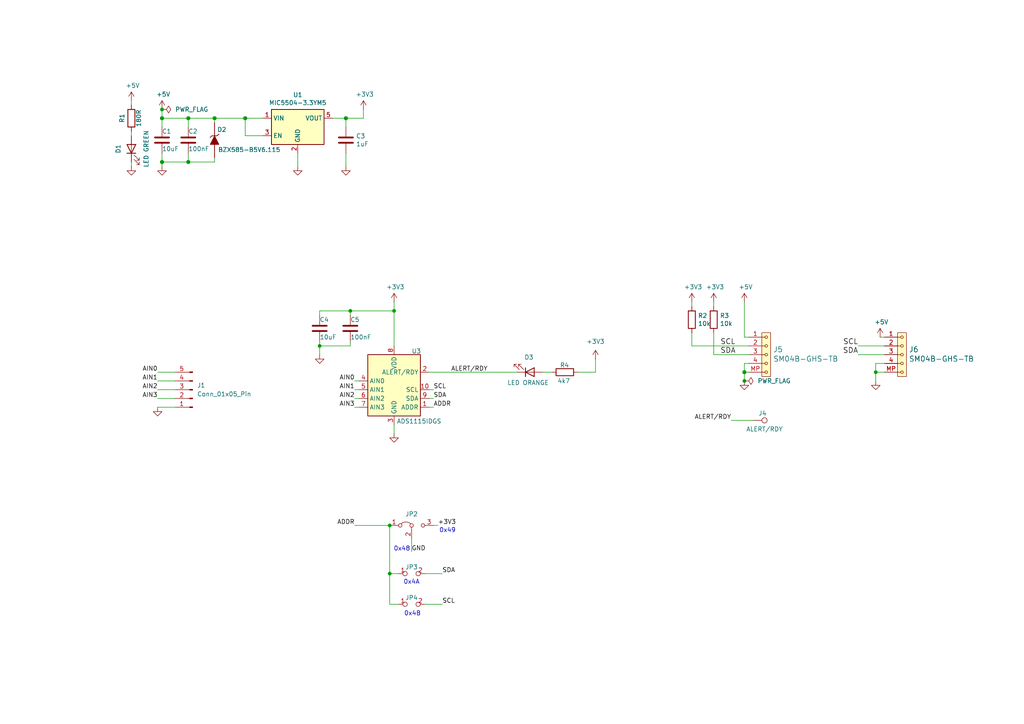
<source format=kicad_sch>
(kicad_sch (version 20250114) (generator "eeschema") (generator_version "9.0")
  (paper "A4")
  (title_block (title "TFI2CADC01A") (date "2025-09-26") (company "ThunderFly s.r.o.") (comment 1 "I2C Analog to digital convertor\\nfor PixHawk "))
  (lib_symbols
    (symbol "+3V3_1" (power) (pin_numbers (hide yes)) (pin_names (offset 0) (hide yes))
      (property "Value" "+3V3" (at 0 3.556 0))
      (symbol "+3V3_1_0_1"
        (polyline (pts (xy -0.762 1.27) (xy 0 2.54)))
        (polyline (pts (xy 0 2.54) (xy 0.762 1.27)))
        (polyline (pts (xy 0 0) (xy 0 2.54)))
      )
      (symbol "+3V3_1_1_1"
        (pin power_in line (at 0 0 90) (length 0) (name "~") (number "1"))
      )
    )
    (symbol "Analog_ADC:ADS1115IDGS"
      (property "Reference" "U" (at 2.54 13.97 0))
      (property "Value" "ADS1115IDGS" (at 7.62 11.43 0))
      (symbol "ADS1115IDGS_0_1"
        (rectangle (start -7.62 10.16) (end 7.62 -7.62) (stroke (width 0.254)) (fill (type background)))
      )
      (symbol "ADS1115IDGS_1_1"
        (pin input line (at -10.16 2.54 0) (length 2.54) (name "AIN0") (number "4"))
        (pin input line (at -10.16 0 0) (length 2.54) (name "AIN1") (number "5"))
        (pin input line (at -10.16 -2.54 0) (length 2.54) (name "AIN2") (number "6"))
        (pin input line (at -10.16 -5.08 0) (length 2.54) (name "AIN3") (number "7"))
        (pin power_in line (at 0 12.7 270) (length 2.54) (name "VDD") (number "8"))
        (pin power_in line (at 0 -10.16 90) (length 2.54) (name "GND") (number "3"))
        (pin output line (at 10.16 5.08 180) (length 2.54) (name "ALERT/RDY") (number "2"))
        (pin input line (at 10.16 0 180) (length 2.54) (name "SCL") (number "10"))
        (pin bidirectional line (at 10.16 -2.54 180) (length 2.54) (name "SDA") (number "9"))
        (pin input line (at 10.16 -5.08 180) (length 2.54) (name "ADDR") (number "1"))
      )
    )
    (symbol "Connector:Conn_01x05_Pin" (pin_names (offset 1.016) (hide yes))
      (property "Reference" "J" (at 0 7.62 0))
      (property "Value" "Conn_01x05_Pin" (at 0 -7.62 0))
      (symbol "Conn_01x05_Pin_1_1"
        (rectangle (start 0.8636 5.207) (end 0 4.953) (stroke (width 0.1524)) (fill (type outline)))
        (rectangle (start 0.8636 2.667) (end 0 2.413) (stroke (width 0.1524)) (fill (type outline)))
        (rectangle (start 0.8636 0.127) (end 0 -0.127) (stroke (width 0.1524)) (fill (type outline)))
        (rectangle (start 0.8636 -2.413) (end 0 -2.667) (stroke (width 0.1524)) (fill (type outline)))
        (rectangle (start 0.8636 -4.953) (end 0 -5.207) (stroke (width 0.1524)) (fill (type outline)))
        (polyline (pts (xy 1.27 5.08) (xy 0.8636 5.08)) (stroke (width 0.1524)))
        (polyline (pts (xy 1.27 2.54) (xy 0.8636 2.54)) (stroke (width 0.1524)))
        (polyline (pts (xy 1.27 0) (xy 0.8636 0)) (stroke (width 0.1524)))
        (polyline (pts (xy 1.27 -2.54) (xy 0.8636 -2.54)) (stroke (width 0.1524)))
        (polyline (pts (xy 1.27 -5.08) (xy 0.8636 -5.08)) (stroke (width 0.1524)))
        (pin passive line (at 5.08 5.08 180) (length 3.81) (name "Pin_1") (number "1"))
        (pin passive line (at 5.08 2.54 180) (length 3.81) (name "Pin_2") (number "2"))
        (pin passive line (at 5.08 0 180) (length 3.81) (name "Pin_3") (number "3"))
        (pin passive line (at 5.08 -2.54 180) (length 3.81) (name "Pin_4") (number "4"))
        (pin passive line (at 5.08 -5.08 180) (length 3.81) (name "Pin_5") (number "5"))
      )
    )
    (symbol "Connector:TestPoint" (pin_numbers (hide yes)) (pin_names (offset 0.762) (hide yes))
      (property "Reference" "TP" (at 0 6.858 0))
      (property "Value" "TestPoint" (at 0 5.08 0))
      (symbol "TestPoint_0_1"
        (circle (center 0 3.302) (radius 0.762))
      )
      (symbol "TestPoint_1_1"
        (pin passive line (at 0 0 90) (length 2.54) (name "1") (number "1"))
      )
    )
    (symbol "Device:C" (pin_numbers (hide yes)) (pin_names (offset 0.254))
      (property "Reference" "C" (at 0.635 2.54 0))
      (property "Value" "C" (at 0.635 -2.54 0))
      (symbol "C_0_1"
        (polyline (pts (xy -2.032 0.762) (xy 2.032 0.762)) (stroke (width 0.508)))
        (polyline (pts (xy -2.032 -0.762) (xy 2.032 -0.762)) (stroke (width 0.508)))
      )
      (symbol "C_1_1"
        (pin passive line (at 0 3.81 270) (length 2.794) (name "~") (number "1"))
        (pin passive line (at 0 -3.81 90) (length 2.794) (name "~") (number "2"))
      )
    )
    (symbol "Device:LED" (pin_numbers (hide yes)) (pin_names (offset 1.016) (hide yes))
      (property "Reference" "D" (at 0 2.54 0))
      (property "Value" "LED" (at 0 -2.54 0))
      (symbol "LED_0_1"
        (polyline (pts (xy -3.048 -0.762) (xy -4.572 -2.286) (xy -3.81 -2.286) (xy -4.572 -2.286) (xy -4.572 -1.524)))
        (polyline (pts (xy -1.778 -0.762) (xy -3.302 -2.286) (xy -2.54 -2.286) (xy -3.302 -2.286) (xy -3.302 -1.524)))
        (polyline (pts (xy -1.27 0) (xy 1.27 0)))
        (polyline (pts (xy -1.27 -1.27) (xy -1.27 1.27)) (stroke (width 0.254)))
        (polyline (pts (xy 1.27 -1.27) (xy 1.27 1.27) (xy -1.27 0) (xy 1.27 -1.27)) (stroke (width 0.254)))
      )
      (symbol "LED_1_1"
        (pin passive line (at -3.81 0 0) (length 2.54) (name "K") (number "1"))
        (pin passive line (at 3.81 0 180) (length 2.54) (name "A") (number "2"))
      )
    )
    (symbol "Device:R" (pin_numbers (hide yes)) (pin_names (offset 0))
      (property "Reference" "R" (at 2.032 0 90))
      (property "Value" "R" (at 0 0 90))
      (symbol "R_0_1"
        (rectangle (start -1.016 -2.54) (end 1.016 2.54) (stroke (width 0.254)))
      )
      (symbol "R_1_1"
        (pin passive line (at 0 3.81 270) (length 1.27) (name "~") (number "1"))
        (pin passive line (at 0 -3.81 90) (length 1.27) (name "~") (number "2"))
      )
    )
    (symbol "GND_1" (power) (pin_numbers (hide yes)) (pin_names (offset 0) (hide yes))
      (property "Value" "GND" (at 0 -3.81 0))
      (symbol "GND_1_0_1"
        (polyline (pts (xy 0 0) (xy 0 -1.27) (xy 1.27 -1.27) (xy 0 -2.54) (xy -1.27 -1.27) (xy 0 -1.27)))
      )
      (symbol "GND_1_1_1"
        (pin power_in line (at 0 0 270) (length 0) (name "~") (number "1"))
      )
    )
    (symbol "Jumper:Jumper_3_Bridged12" (pin_names (offset 0) (hide yes)) (in_bom no)
      (property "Reference" "JP" (at -2.54 -2.54 0))
      (property "Value" "Jumper_3_Bridged12" (at 0 2.794 0))
      (symbol "Jumper_3_Bridged12_0_0"
        (circle (center -3.302 0) (radius 0.508))
        (circle (center 0 0) (radius 0.508))
        (circle (center 3.302 0) (radius 0.508))
      )
      (symbol "Jumper_3_Bridged12_0_1"
        (arc (start -3.048 0.508) (mid -1.651 0.9912) (end -0.254 0.508))
        (polyline (pts (xy 0 -1.27) (xy 0 -0.508)))
      )
      (symbol "Jumper_3_Bridged12_1_1"
        (pin passive line (at -6.35 0 0) (length 2.54) (name "A") (number "1"))
        (pin passive line (at 0 -3.81 90) (length 2.54) (name "C") (number "2"))
        (pin passive line (at 6.35 0 180) (length 2.54) (name "B") (number "3"))
      )
    )
    (symbol "MLAB_CONNECTORS_JST:SM04B-GHS-TB" (pin_names (offset 1.016))
      (property "Reference" "J" (at 0 -7.62 0))
      (property "Value" "SM04B-GHS-TB" (at 0 7.62 0))
      (symbol "SM04B-GHS-TB_0_1"
        (rectangle (start -1.27 6.35) (end 1.27 -6.35) (fill (type background)))
        (polyline (pts (xy -1.27 5.08) (xy -0.381 5.08)))
        (polyline (pts (xy -1.27 2.54) (xy -0.381 2.54)))
        (polyline (pts (xy -1.27 0) (xy -0.381 0)))
        (polyline (pts (xy -1.27 -2.54) (xy -0.381 -2.54)))
        (polyline (pts (xy -1.27 -5.08) (xy -0.381 -5.08)))
        (circle (center 0 5.08) (radius 0.381))
        (circle (center 0 2.54) (radius 0.381))
        (circle (center 0 0) (radius 0.381))
        (circle (center 0 -2.54) (radius 0.381))
        (circle (center 0 -5.08) (radius 0.381))
      )
      (symbol "SM04B-GHS-TB_1_1"
        (pin input line (at -5.08 5.08 0) (length 3.81) (name "~") (number "1"))
        (pin input line (at -5.08 2.54 0) (length 3.81) (name "~") (number "2"))
        (pin input line (at -5.08 0 0) (length 3.81) (name "~") (number "3"))
        (pin input line (at -5.08 -2.54 0) (length 3.81) (name "~") (number "4"))
        (pin input line (at -5.08 -5.08 0) (length 3.81) (name "~") (number "MP"))
      )
    )
    (symbol "MLAB_D:D_ZENER" (pin_numbers (hide yes)) (pin_names (offset 1.016) (hide yes))
      (property "Reference" "D" (at 0 2.54 0))
      (property "Value" "D_ZENER" (at 0 -2.54 0))
      (symbol "D_ZENER_0_1"
        (polyline (pts (xy -1.778 1.27) (xy -1.27 0.762) (xy -1.27 -0.762) (xy -0.762 -1.27) (xy -0.762 -1.27)) (stroke (width 0.2032)))
        (polyline (pts (xy -1.27 0) (xy 1.27 1.27) (xy 1.27 -1.27) (xy -1.27 0) (xy -1.27 0)) (fill (type outline)))
      )
      (symbol "D_ZENER_1_1"
        (pin passive line (at -5.08 0 0) (length 3.81) (name "K") (number "1"))
        (pin passive line (at 5.08 0 180) (length 3.81) (name "A") (number "2"))
      )
    )
    (symbol "Regulator_Linear:MIC5504-3.3YM5"
      (property "Reference" "U" (at -7.62 8.89 0))
      (property "Value" "MIC5504-3.3YM5" (at -7.62 6.35 0))
      (symbol "MIC5504-3.3YM5_0_1"
        (rectangle (start -7.62 -5.08) (end 7.62 5.08) (stroke (width 0.254)) (fill (type background)))
      )
      (symbol "MIC5504-3.3YM5_1_1"
        (pin power_in line (at -10.16 2.54 0) (length 2.54) (name "VIN") (number "1"))
        (pin input line (at -10.16 -2.54 0) (length 2.54) (name "EN") (number "3"))
        (pin power_in line (at 0 -7.62 90) (length 2.54) (name "GND") (number "2"))
        (pin no_connect line (at 7.62 -2.54 180) (length 2.54) (hide yes) (name "NC") (number "4"))
        (pin power_out line (at 10.16 2.54 180) (length 2.54) (name "VOUT") (number "5"))
      )
    )
    (symbol "SMD_JUMPER_2"
      (property "Reference" "JP" (at 0 1.397 0))
      (property "Value" "SMD_JUMPER_2" (at 0 -2.54 0))
      (symbol "SMD_JUMPER_2_1_1"
        (pin passive inverted (at -3.81 0 0) (length 2.54) (name "") (number "1"))
        (pin passive inverted (at 3.81 0 180) (length 2.54) (name "") (number "2"))
      )
    )
    (symbol "power:+3V3" (power) (pin_names (offset 0))
      (property "Value" "+3V3" (at 0 3.556 0))
      (symbol "+3V3_0_1"
        (polyline (pts (xy -0.762 1.27) (xy 0 2.54)))
        (polyline (pts (xy 0 2.54) (xy 0.762 1.27)))
        (polyline (pts (xy 0 0) (xy 0 2.54)))
      )
      (symbol "+3V3_1_1"
        (pin power_in line (at 0 0 90) (length 0) (hide yes) (name "+3V3") (number "1"))
      )
    )
    (symbol "power:+5V" (power) (pin_names (offset 0))
      (property "Value" "+5V" (at 0 3.556 0))
      (symbol "+5V_0_1"
        (polyline (pts (xy -0.762 1.27) (xy 0 2.54)))
        (polyline (pts (xy 0 2.54) (xy 0.762 1.27)))
        (polyline (pts (xy 0 0) (xy 0 2.54)))
      )
      (symbol "+5V_1_1"
        (pin power_in line (at 0 0 90) (length 0) (hide yes) (name "+5V") (number "1"))
      )
    )
    (symbol "power:GND" (power) (pin_names (offset 0))
      (property "Value" "GND" (at 0 -3.81 0))
      (symbol "GND_0_1"
        (polyline (pts (xy 0 0) (xy 0 -1.27) (xy 1.27 -1.27) (xy 0 -2.54) (xy -1.27 -1.27) (xy 0 -1.27)))
      )
      (symbol "GND_1_1"
        (pin power_in line (at 0 0 270) (length 0) (hide yes) (name "GND") (number "1"))
      )
    )
    (symbol "power:PWR_FLAG" (power) (pin_numbers (hide yes)) (pin_names (offset 0) (hide yes))
      (property "Value" "PWR_FLAG" (at 0 3.81 0))
      (symbol "PWR_FLAG_0_0"
        (pin power_out line (at 0 0 90) (length 0) (name "~") (number "1"))
      )
      (symbol "PWR_FLAG_0_1"
        (polyline (pts (xy 0 0) (xy 0 1.27) (xy -1.016 1.905) (xy 0 2.54) (xy 1.016 1.905) (xy 0 1.27)))
      )
    )
  )
  (text "0x48\n" (at 116.586 159.258 0) (effects (font (size 1.27 1.27))))
  (text "0x4A\n\n" (at 119.38 169.926 0) (effects (font (size 1.27 1.27))))
  (text "0x49\n\n" (at 129.794 154.94 0) (effects (font (size 1.27 1.27))))
  (text "0x4B\n\n" (at 119.634 179.07 0) (effects (font (size 1.27 1.27))))
  (junction (at 46.99 46.99) (diameter 1.016))
  (junction (at 113.03 152.4))
  (junction (at 113.03 166.37))
  (junction (at 101.6 90.17))
  (junction (at 254 107.95))
  (junction (at 92.71 100.33))
  (junction (at 71.12 34.29) (diameter 1.016))
  (junction (at 100.33 34.29) (diameter 1.016))
  (junction (at 215.9 107.95) (diameter 1.016))
  (junction (at 46.99 31.75))
  (junction (at 54.61 34.29) (diameter 1.016))
  (junction (at 215.9 110.49))
  (junction (at 54.61 46.99) (diameter 1.016))
  (junction (at 46.99 34.29) (diameter 1.016))
  (junction (at 114.3 90.17))
  (junction (at 62.23 34.29) (diameter 1.016))
  (wire (pts (xy 113.03 166.37) (xy 115.57 166.37)))
  (wire (pts (xy 38.1 29.21) (xy 38.1 30.48)))
  (wire (pts (xy 124.46 118.11) (xy 125.73 118.11)))
  (wire (pts (xy 45.72 107.95) (xy 50.8 107.95)))
  (wire (pts (xy 114.3 90.17) (xy 114.3 100.33)))
  (wire (pts (xy 100.33 44.45) (xy 100.33 48.26)))
  (wire (pts (xy 62.23 45.72) (xy 62.23 46.99)))
  (wire (pts (xy 125.73 115.57) (xy 124.46 115.57)))
  (wire (pts (xy 217.17 105.41) (xy 215.9 105.41)))
  (wire (pts (xy 76.2 34.29) (xy 71.12 34.29)))
  (wire (pts (xy 200.66 100.33) (xy 217.17 100.33)))
  (wire (pts (xy 113.03 175.26) (xy 115.57 175.26)))
  (wire (pts (xy 102.87 152.4) (xy 113.03 152.4)))
  (wire (pts (xy 215.9 87.63) (xy 215.9 97.79)))
  (wire (pts (xy 105.41 31.75) (xy 105.41 34.29)))
  (wire (pts (xy 215.9 107.95) (xy 215.9 110.49)))
  (wire (pts (xy 114.3 125.73) (xy 114.3 123.19)))
  (wire (pts (xy 125.73 152.4) (xy 127 152.4)))
  (wire (pts (xy 217.17 107.95) (xy 215.9 107.95)))
  (wire (pts (xy 54.61 34.29) (xy 62.23 34.29)))
  (wire (pts (xy 46.99 46.99) (xy 46.99 48.26)))
  (wire (pts (xy 102.87 113.03) (xy 104.14 113.03)))
  (wire (pts (xy 50.8 118.11) (xy 45.72 118.11)))
  (wire (pts (xy 215.9 105.41) (xy 215.9 107.95)))
  (wire (pts (xy 255.27 97.79) (xy 256.54 97.79)))
  (wire (pts (xy 54.61 36.83) (xy 54.61 34.29)))
  (wire (pts (xy 256.54 105.41) (xy 254 105.41)))
  (wire (pts (xy 101.6 100.33) (xy 101.6 99.06)))
  (wire (pts (xy 207.01 96.52) (xy 207.01 102.87)))
  (wire (pts (xy 96.52 34.29) (xy 100.33 34.29)))
  (wire (pts (xy 100.33 34.29) (xy 105.41 34.29)))
  (wire (pts (xy 101.6 90.17) (xy 114.3 90.17)))
  (wire (pts (xy 212.09 121.92) (xy 218.44 121.92)))
  (wire (pts (xy 92.71 100.33) (xy 92.71 99.06)))
  (wire (pts (xy 100.33 34.29) (xy 100.33 36.83)))
  (wire (pts (xy 128.27 166.37) (xy 123.19 166.37)))
  (wire (pts (xy 38.1 46.99) (xy 38.1 48.26)))
  (wire (pts (xy 62.23 34.29) (xy 71.12 34.29)))
  (wire (pts (xy 123.19 175.26) (xy 128.27 175.26)))
  (wire (pts (xy 124.46 107.95) (xy 149.86 107.95)))
  (wire (pts (xy 125.73 113.03) (xy 124.46 113.03)))
  (wire (pts (xy 254 105.41) (xy 254 107.95)))
  (wire (pts (xy 45.72 110.49) (xy 50.8 110.49)))
  (wire (pts (xy 54.61 46.99) (xy 62.23 46.99)))
  (wire (pts (xy 200.66 96.52) (xy 200.66 100.33)))
  (wire (pts (xy 102.87 115.57) (xy 104.14 115.57)))
  (wire (pts (xy 38.1 38.1) (xy 38.1 39.37)))
  (wire (pts (xy 254 107.95) (xy 256.54 107.95)))
  (wire (pts (xy 248.92 102.87) (xy 256.54 102.87)))
  (wire (pts (xy 119.38 156.21) (xy 119.38 160.02)))
  (wire (pts (xy 92.71 100.33) (xy 101.6 100.33)))
  (wire (pts (xy 46.99 36.83) (xy 46.99 34.29)))
  (wire (pts (xy 215.9 97.79) (xy 217.17 97.79)))
  (wire (pts (xy 92.71 90.17) (xy 101.6 90.17)))
  (wire (pts (xy 114.3 87.63) (xy 114.3 90.17)))
  (wire (pts (xy 62.23 35.56) (xy 62.23 34.29)))
  (wire (pts (xy 102.87 118.11) (xy 104.14 118.11)))
  (wire (pts (xy 200.66 87.63) (xy 200.66 88.9)))
  (wire (pts (xy 113.03 152.4) (xy 113.03 166.37)))
  (wire (pts (xy 46.99 44.45) (xy 46.99 46.99)))
  (wire (pts (xy 45.72 115.57) (xy 50.8 115.57)))
  (wire (pts (xy 254 107.95) (xy 254 110.49)))
  (wire (pts (xy 46.99 46.99) (xy 54.61 46.99)))
  (wire (pts (xy 76.2 39.37) (xy 71.12 39.37)))
  (wire (pts (xy 92.71 102.87) (xy 92.71 100.33)))
  (wire (pts (xy 54.61 44.45) (xy 54.61 46.99)))
  (wire (pts (xy 86.36 44.45) (xy 86.36 48.26)))
  (wire (pts (xy 207.01 87.63) (xy 207.01 88.9)))
  (wire (pts (xy 207.01 102.87) (xy 217.17 102.87)))
  (wire (pts (xy 113.03 166.37) (xy 113.03 175.26)))
  (wire (pts (xy 101.6 90.17) (xy 101.6 91.44)))
  (wire (pts (xy 172.72 107.95) (xy 172.72 104.14)))
  (wire (pts (xy 92.71 91.44) (xy 92.71 90.17)))
  (wire (pts (xy 46.99 31.75) (xy 46.99 34.29)))
  (wire (pts (xy 46.99 34.29) (xy 54.61 34.29)))
  (wire (pts (xy 45.72 113.03) (xy 50.8 113.03)))
  (wire (pts (xy 102.87 110.49) (xy 104.14 110.49)))
  (wire (pts (xy 167.64 107.95) (xy 172.72 107.95)))
  (wire (pts (xy 71.12 39.37) (xy 71.12 34.29)))
  (wire (pts (xy 248.92 100.33) (xy 256.54 100.33)))
  (wire (pts (xy 157.48 107.95) (xy 160.02 107.95)))
  (label "AIN1" (at 45.72 110.49 180))
  (label "SDA" (at 248.92 102.87 180) (effects (font (size 1.524 1.524))))
  (label "AIN1" (at 102.87 113.03 180))
  (label "SDA" (at 125.73 115.57 0))
  (label "AIN2" (at 45.72 113.03 180))
  (label "SCL" (at 208.915 100.33 0) (effects (font (size 1.524 1.524))))
  (label "SCL" (at 125.73 113.03 0))
  (label "AIN3" (at 45.72 115.57 180))
  (label "ADDR" (at 102.87 152.4 180))
  (label "AIN3" (at 102.87 118.11 180))
  (label "ALERT{slash}RDY" (at 212.09 121.92 180))
  (label "+3V3" (at 127 152.4 0))
  (label "ALERT{slash}RDY" (at 130.81 107.95 0))
  (label "AIN0" (at 102.87 110.49 180))
  (label "SCL" (at 128.27 175.26 0))
  (label "ADDR" (at 125.73 118.11 0))
  (label "AIN2" (at 102.87 115.57 180))
  (label "SDA" (at 128.27 166.37 0))
  (label "SCL" (at 248.92 100.33 180) (effects (font (size 1.524 1.524))))
  (label "SDA" (at 208.915 102.87 0) (effects (font (size 1.524 1.524))))
  (label "AIN0" (at 45.72 107.95 180))
  (label "GND" (at 119.38 160.02 0))
  (symbol (lib_id "power:GND") (at 46.99 48.26 0) (unit 1)
    (property "Reference" "#PWR04" (effects (hide yes)))
    (property "Value" "GND" (effects (hide yes)))
  )
  (symbol (lib_id "Device:C") (at 54.61 40.64 0) (unit 1)
    (property "Reference" "C2" (at 54.61 38.1 0) (effects (justify left)))
    (property "Value" "100nF" (at 54.61 43.18 0) (effects (justify left)))
    (property "Footprint" "Mlab_R:SMD-0603" (effects (hide yes)))
    (property "UST_ID" "5c70984812875079b91f8bf2" (effects (hide yes)))
  )
  (symbol (lib_id "power:GND") (at 215.9 110.49 0) (unit 1)
    (property "Reference" "#PWR024" (effects (hide yes)))
    (property "Value" "GND" (effects (hide yes)))
  )
  (symbol (lib_id "Device:R") (at 207.01 92.71 0) (unit 1)
    (property "Reference" "R3" (at 208.788 91.5416 0) (effects (justify left)))
    (property "Value" "10k" (at 208.788 93.853 0) (effects (justify left)))
    (property "Footprint" "Mlab_R:SMD-0603" (effects (hide yes)))
    (property "UST_ID" "5c70984512875079b91f8962" (effects (hide yes)))
  )
  (symbol (lib_id "Device:R") (at 200.66 92.71 0) (unit 1)
    (property "Reference" "R2" (at 202.438 91.542 0) (effects (justify left)))
    (property "Value" "10k" (at 202.438 93.853 0) (effects (justify left)))
    (property "Footprint" "Mlab_R:SMD-0603" (effects (hide yes)))
    (property "UST_ID" "5c70984512875079b91f8962" (effects (hide yes)))
  )
  (symbol (lib_id "Device:C") (at 46.99 40.64 0) (unit 1)
    (property "Reference" "C1" (at 46.99 38.1 0) (effects (justify left)))
    (property "Value" "10uF" (at 46.99 43.18 0) (effects (justify left)))
    (property "Footprint" "Mlab_R:SMD-0603" (effects (hide yes)))
    (property "UST_ID" "5c70984812875079b91f8bbd" (effects (hide yes)))
  )
  (symbol (lib_id "MLAB_D:D_ZENER") (at 62.23 40.64 270) (unit 1)
    (property "Reference" "D2" (at 62.992 37.592 90) (effects (justify left)))
    (property "Value" "BZX585-B5V6.115" (at 63.246 43.434 90) (effects (justify left)))
    (property "Footprint" "Diode_SMD:D_SOD-523" (effects (hide yes)))
    (property "UST_ID" "60879d38128750769ee58e48" (effects (hide yes)))
  )
  (symbol (lib_id "power:+5V") (at 46.99 31.75 0) (unit 1)
    (property "Reference" "#PWR03" (effects (hide yes)))
    (property "Value" "+5V" (at 47.371 27.3558 0))
  )
  (symbol (lib_id "power:+3V3") (at 207.01 87.63 0) (unit 1)
    (property "Reference" "#PWR022" (effects (hide yes)))
    (property "Value" "+3V3" (at 207.391 83.2358 0))
  )
  (symbol (lib_id "power:+5V") (at 215.9 87.63 0) (unit 1)
    (property "Reference" "#PWR023" (effects (hide yes)))
    (property "Value" "+5V" (at 216.281 83.2358 0))
  )
  (symbol (lib_id "Regulator_Linear:MIC5504-3.3YM5") (at 86.36 36.83 0) (unit 1)
    (property "Reference" "U1" (at 86.36 27.5082 0))
    (property "Value" "MIC5504-3.3YM5" (at 86.36 29.8196 0))
    (property "Footprint" "Package_TO_SOT_SMD:SOT-23-5" (effects (hide yes)))
    (property "Datasheet" "http://ww1.microchip.com/downloads/en/DeviceDoc/MIC550X.pdf" (effects (hide yes)))
    (property "UST_ID" "5c7255e81287500b4e112ea2" (effects (hide yes)))
  )
  (symbol (lib_id "power:+3V3") (at 105.41 31.75 0) (unit 1)
    (property "Reference" "#PWR07" (effects (hide yes)))
    (property "Value" "+3V3" (at 105.791 27.3558 0))
  )
  (symbol (lib_id "power:GND") (at 86.36 48.26 0) (unit 1)
    (property "Reference" "#PWR05" (effects (hide yes)))
    (property "Value" "GND" (effects (hide yes)))
  )
  (symbol (lib_id "MLAB_CONNECTORS_JST:SM04B-GHS-TB") (at 222.25 102.87 0) (unit 1)
    (property "Reference" "J5" (at 224.2312 101.3714 0) (effects (font (size 1.524 1.524)) (justify left)))
    (property "Value" "SM04B-GHS-TB" (at 224.2312 104.0892 0) (effects (font (size 1.524 1.524)) (justify left)))
    (property "Footprint" "Connector_JST:JST_GH_SM04B-GHS-TB_1x04-1MP_P1.25mm_Horizontal" (effects (hide yes)))
    (property "UST_ID" "5c86273d1287500b4e0280be" (effects (hide yes)))
  )
  (symbol (lib_id "Device:C") (at 100.33 40.64 0) (unit 1)
    (property "Reference" "C3" (at 103.251 39.4716 0) (effects (justify left)))
    (property "Value" "1uF" (at 103.251 41.783 0) (effects (justify left)))
    (property "Footprint" "Mlab_R:SMD-0603" (effects (hide yes)))
    (property "UST_ID" "5c70984812875079b91f8bc2" (effects (hide yes)))
  )
  (symbol (lib_id "power:GND") (at 100.33 48.26 0) (unit 1)
    (property "Reference" "#PWR06" (effects (hide yes)))
    (property "Value" "GND" (effects (hide yes)))
  )
  (symbol (lib_id "power:+3V3") (at 200.66 87.63 0) (unit 1)
    (property "Reference" "#PWR021" (effects (hide yes)))
    (property "Value" "+3V3" (at 201.041 83.2358 0))
  )
  (symbol (lib_id "Jumper:Jumper_3_Bridged12") (at 119.38 152.4 0) (unit 1) (in_bom no)
    (property "Reference" "JP2" (at 119.38 149.098 0))
    (property "Value" "AddresSelect" (effects (hide yes)))
    (property "Footprint" "Jumper:SolderJumper-3_P1.3mm_Bridged12_Pad1.0x1.5mm_NumberLabels" (effects (hide yes)))
    (property "Description" "Jumper, 3-pole, pins 1+2 closed/bridged" (effects (hide yes)))
  )
  (symbol (lib_name "SMD_JUMPER_2") (lib_id "e-radionica.com schematics:SMD_JUMPER") (at 119.38 166.37 0) (unit 1)
    (property "Reference" "JP3" (at 119.38 164.465 0))
    (property "Value" "0x4A" (effects (hide yes)))
    (property "Footprint" "Jumper:SolderJumper-2_P1.3mm_Open_Pad1.0x1.5mm" (effects (hide yes)))
  )
  (symbol (lib_id "power:+5V") (at 38.1 29.21 0) (unit 1)
    (property "Reference" "#PWR01" (effects (hide yes)))
    (property "Value" "+5V" (at 38.481 24.8158 0))
  )
  (symbol (lib_id "power:PWR_FLAG") (at 215.9 110.49 270) (unit 1)
    (property "Reference" "#FLG02" (effects (hide yes)))
    (property "Value" "PWR_FLAG" (at 219.71 110.4899 90) (effects (justify left)))
    (property "Description" "Special symbol for telling ERC where power comes from" (effects (hide yes)))
  )
  (symbol (lib_name "+3V3_1") (lib_id "power:+3V3") (at 172.72 104.14 0) (unit 1)
    (property "Reference" "#PWR014" (effects (hide yes)))
    (property "Value" "+3V3" (at 172.72 99.06 0))
    (property "Description" "Power symbol creates a global label with name \"+3V3\"" (effects (hide yes)))
  )
  (symbol (lib_id "Connector:Conn_01x05_Pin") (at 55.88 113.03 180) (unit 1)
    (property "Reference" "J1" (at 57.15 111.7599 0) (effects (justify right)))
    (property "Value" "Conn_01x05_Pin" (at 57.15 114.2999 0) (effects (justify right)))
    (property "Footprint" "Connector_PinHeader_2.54mm:PinHeader_1x05_P2.54mm_Horizontal" (effects (hide yes)))
    (property "Description" "Generic connector, single row, 01x05, script generated" (effects (hide yes)))
  )
  (symbol (lib_id "Analog_ADC:ADS1115IDGS") (at 114.3 113.03 0) (unit 1)
    (property "Reference" "U3" (at 119.38 101.854 0) (effects (justify left)))
    (property "Value" "ADS1115IDGS" (at 115.062 122.174 0) (effects (justify left)))
    (property "Footprint" "Package_SO:TSSOP-10_3x3mm_P0.5mm" (effects (hide yes)))
    (property "Datasheet" "http://www.ti.com/lit/ds/symlink/ads1113.pdf" (effects (hide yes)))
    (property "Description" "Ultra-Small, Low-Power, I2C-Compatible, 860-SPS, 16-Bit ADCs With Internal Reference, Oscillator, and Programmable Comparator, VSSOP-10" (effects (hide yes)))
  )
  (symbol (lib_id "Device:LED") (at 153.67 107.95 0) (mirror x) (unit 1)
    (property "Reference" "D3" (at 153.416 103.632 0))
    (property "Value" "LED ORANGE" (at 153.162 110.998 0))
    (property "Footprint" "Mlab_D:LED_1206_mill" (effects (hide yes)))
    (property "UST_ID" "60d582331287500165f859d0" (effects (hide yes)))
  )
  (symbol (lib_id "power:+3V3") (at 114.3 87.63 0) (unit 1)
    (property "Reference" "#PWR020" (effects (hide yes)))
    (property "Value" "+3V3" (at 114.681 83.2358 0))
  )
  (symbol (lib_id "Device:LED") (at 38.1 43.18 90) (unit 1)
    (property "Reference" "D1" (at 34.29 43.18 0))
    (property "Value" "LED GREEN" (at 42.418 43.18 0))
    (property "Footprint" "Mlab_D:LED_1206_mill" (effects (hide yes)))
    (property "UST_ID" "60d582331287500165f859d0" (effects (hide yes)))
  )
  (symbol (lib_id "Device:C") (at 101.6 95.25 0) (unit 1)
    (property "Reference" "C5" (at 101.6 92.71 0) (effects (justify left)))
    (property "Value" "100nF" (at 101.6 97.79 0) (effects (justify left)))
    (property "Footprint" "Mlab_R:SMD-0603" (effects (hide yes)))
    (property "UST_ID" "5c70984812875079b91f8bf2" (effects (hide yes)))
  )
  (symbol (lib_id "Device:C") (at 92.71 95.25 0) (unit 1)
    (property "Reference" "C4" (at 92.71 92.71 0) (effects (justify left)))
    (property "Value" "10uF" (at 92.71 97.79 0) (effects (justify left)))
    (property "Footprint" "Mlab_R:SMD-0603" (effects (hide yes)))
    (property "UST_ID" "5c70984812875079b91f8bf2" (effects (hide yes)))
  )
  (symbol (lib_id "power:GND") (at 254 110.49 0) (unit 1)
    (property "Reference" "#PWR08" (effects (hide yes)))
    (property "Value" "GND" (effects (hide yes)))
  )
  (symbol (lib_name "SMD_JUMPER_2") (lib_id "e-radionica.com schematics:SMD_JUMPER") (at 119.38 175.26 0) (unit 1) (exclude_from_sim yes)
    (property "Reference" "JP4" (at 119.38 173.355 0))
    (property "Value" "0x4B" (effects (hide yes)))
    (property "Footprint" "Jumper:SolderJumper-2_P1.3mm_Open_Pad1.0x1.5mm" (effects (hide yes)))
  )
  (symbol (lib_id "Connector:TestPoint") (at 218.44 121.92 270) (unit 1)
    (property "Reference" "J4" (at 219.964 119.888 90) (effects (justify left)))
    (property "Value" "ALERT/RDY" (at 216.408 124.46 90) (effects (justify left)))
    (property "Footprint" "TestPoint:TestPoint_Keystone_5015_Micro_Mini" (effects (hide yes)))
    (property "Description" "test point" (effects (hide yes)))
  )
  (symbol (lib_name "GND_1") (lib_id "power:GND") (at 38.1 48.26 0) (unit 1)
    (property "Reference" "#PWR012" (effects (hide yes)))
    (property "Value" "GND" (effects (hide yes)))
    (property "Description" "Power symbol creates a global label with name \"GND\" , ground" (effects (hide yes)))
  )
  (symbol (lib_id "power:GND") (at 45.72 118.11 0) (unit 1)
    (property "Reference" "#PWR02" (effects (hide yes)))
    (property "Value" "GND" (effects (hide yes)))
  )
  (symbol (lib_id "power:+5V") (at 255.27 97.79 0) (unit 1)
    (property "Reference" "#PWR025" (effects (hide yes)))
    (property "Value" "+5V" (at 255.651 93.3958 0))
  )
  (symbol (lib_id "MLAB_CONNECTORS_JST:SM04B-GHS-TB") (at 261.62 102.87 0) (unit 1)
    (property "Reference" "J6" (at 263.6012 101.3714 0) (effects (font (size 1.524 1.524)) (justify left)))
    (property "Value" "SM04B-GHS-TB" (at 263.6012 104.0892 0) (effects (font (size 1.524 1.524)) (justify left)))
    (property "Footprint" "Connector_JST:JST_GH_SM04B-GHS-TB_1x04-1MP_P1.25mm_Horizontal" (effects (hide yes)))
    (property "UST_ID" "5c86273d1287500b4e0280be" (effects (hide yes)))
  )
  (symbol (lib_id "Device:R") (at 38.1 34.29 0) (unit 1)
    (property "Reference" "R1" (at 35.3822 34.29 90))
    (property "Value" "180R" (at 40.234 34.29 90))
    (property "Footprint" "Resistor_SMD:R_0603_1608Metric" (effects (hide yes)))
    (property "UST_ID" "5c70984512875079b91f8957" (effects (hide yes)))
  )
  (symbol (lib_id "power:PWR_FLAG") (at 46.99 31.75 270) (unit 1)
    (property "Reference" "#FLG01" (effects (hide yes)))
    (property "Value" "PWR_FLAG" (at 50.8 31.7499 90) (effects (justify left)))
    (property "Description" "Special symbol for telling ERC where power comes from" (effects (hide yes)))
  )
  (symbol (lib_id "power:GND") (at 114.3 125.73 0) (unit 1)
    (property "Reference" "#PWR019" (effects (hide yes)))
    (property "Value" "GND" (effects (hide yes)))
  )
  (symbol (lib_id "Device:R") (at 163.83 107.95 90) (unit 1)
    (property "Reference" "R4" (at 165.1 105.918 90) (effects (justify left)))
    (property "Value" "4k7" (at 165.354 110.49 90) (effects (justify left)))
    (property "Footprint" "Mlab_R:SMD-0603" (effects (hide yes)))
    (property "UST_ID" "5c70984512875079b91f8962" (effects (hide yes)))
  )
  (symbol (lib_id "power:GND") (at 92.71 102.87 0) (unit 1)
    (property "Reference" "#PWR013" (effects (hide yes)))
    (property "Value" "GND" (effects (hide yes)))
  )
)
</source>
